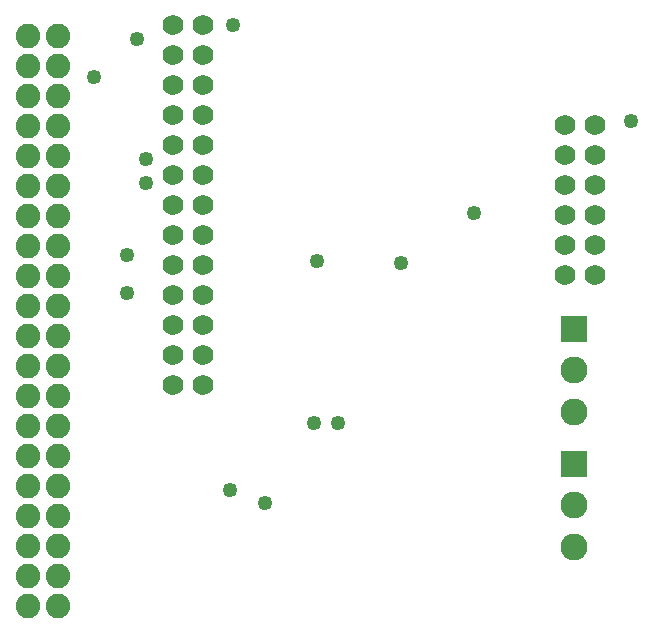
<source format=gbs>
G04 MADE WITH FRITZING*
G04 WWW.FRITZING.ORG*
G04 DOUBLE SIDED*
G04 HOLES PLATED*
G04 CONTOUR ON CENTER OF CONTOUR VECTOR*
%ASAXBY*%
%FSLAX23Y23*%
%MOIN*%
%OFA0B0*%
%SFA1.0B1.0*%
%ADD10C,0.049370*%
%ADD11C,0.081889*%
%ADD12C,0.081917*%
%ADD13C,0.069370*%
%ADD14C,0.090000*%
%ADD15R,0.090000X0.090000*%
%LNMASK0*%
G90*
G70*
G54D10*
X312Y2087D03*
X488Y1815D03*
X488Y1735D03*
X424Y1367D03*
X766Y713D03*
X885Y669D03*
X424Y1495D03*
X184Y1127D03*
X1048Y935D03*
X1579Y1634D03*
X1128Y935D03*
X776Y2263D03*
X2104Y1943D03*
X456Y2215D03*
X1056Y1475D03*
X1337Y1468D03*
G54D11*
X193Y326D03*
X193Y426D03*
X193Y526D03*
X193Y626D03*
G54D12*
X193Y726D03*
G54D11*
X193Y826D03*
X193Y926D03*
X193Y1026D03*
X193Y1126D03*
G54D12*
X193Y1226D03*
G54D11*
X193Y1326D03*
G54D12*
X193Y1426D03*
G54D11*
X193Y1526D03*
X193Y1626D03*
X193Y1726D03*
X193Y1826D03*
G54D12*
X193Y1926D03*
G54D11*
X193Y2026D03*
X193Y2126D03*
X193Y2226D03*
X93Y2226D03*
X93Y2126D03*
X93Y2026D03*
G54D12*
X93Y1926D03*
G54D11*
X93Y1826D03*
X93Y1726D03*
X93Y1626D03*
X93Y1526D03*
G54D12*
X93Y1426D03*
G54D11*
X93Y1326D03*
G54D12*
X93Y1226D03*
G54D11*
X93Y1126D03*
X93Y1026D03*
X93Y926D03*
X93Y826D03*
G54D12*
X93Y726D03*
G54D11*
X93Y626D03*
X93Y526D03*
X93Y426D03*
X93Y326D03*
G54D13*
X1982Y1427D03*
X1982Y1527D03*
X1982Y1627D03*
X1982Y1727D03*
X1982Y1827D03*
X1982Y1927D03*
X1982Y1427D03*
X1982Y1527D03*
X1982Y1627D03*
X1982Y1727D03*
X1982Y1827D03*
X1982Y1927D03*
X1882Y1927D03*
X1882Y1827D03*
X1882Y1727D03*
X1882Y1627D03*
X1882Y1527D03*
X1882Y1427D03*
X578Y2262D03*
X578Y2162D03*
X578Y2062D03*
X578Y1962D03*
X578Y1862D03*
X578Y1762D03*
X578Y1662D03*
X578Y1562D03*
X578Y1462D03*
X578Y1362D03*
X578Y1262D03*
X578Y1162D03*
X578Y1062D03*
X578Y2262D03*
X578Y2162D03*
X578Y2062D03*
X578Y1962D03*
X578Y1862D03*
X578Y1762D03*
X578Y1662D03*
X578Y1562D03*
X578Y1462D03*
X578Y1362D03*
X578Y1262D03*
X578Y1162D03*
X578Y1062D03*
X678Y1062D03*
X678Y1162D03*
X678Y1262D03*
X678Y1362D03*
X678Y1462D03*
X678Y1562D03*
X678Y1662D03*
X678Y1762D03*
X678Y1862D03*
X678Y1962D03*
X678Y2062D03*
X678Y2162D03*
X678Y2262D03*
G54D14*
X1912Y799D03*
X1912Y661D03*
X1912Y523D03*
X1912Y1249D03*
X1912Y1111D03*
X1912Y973D03*
G54D15*
X1912Y799D03*
X1912Y1249D03*
G04 End of Mask0*
M02*
</source>
